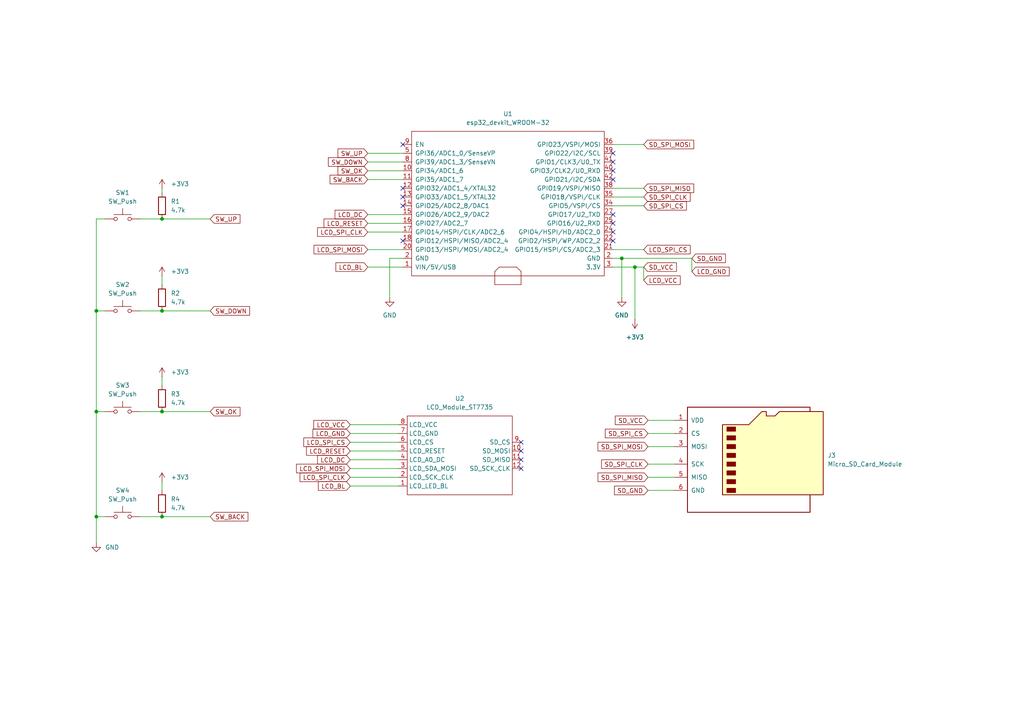
<source format=kicad_sch>
(kicad_sch (version 20250114) (generator "eeschema") (generator_version "9.0")
  (paper "A4")
  (lib_symbols
    (symbol "Device:R" (pin_numbers (hide yes)) (pin_names (offset 0))
      (property "Reference" "R" (at 2.032 0 90))
      (property "Value" "R" (at 0 0 90))
      (symbol "R_0_1"
        (rectangle (start -1.016 -2.54) (end 1.016 2.54) (stroke (width 0.254)))
      )
      (symbol "R_1_1"
        (pin passive line (at 0 3.81 270) (length 1.27) (name "~") (number "1"))
        (pin passive line (at 0 -3.81 90) (length 1.27) (name "~") (number "2"))
      )
    )
    (symbol "Switch:SW_Push" (pin_numbers (hide yes)) (pin_names (offset 1.016) (hide yes))
      (property "Reference" "SW" (at 1.27 2.54 0))
      (property "Value" "SW_Push" (at 0 -1.524 0))
      (symbol "SW_Push_0_1"
        (circle (center -2.032 0) (radius 0.508))
        (polyline (pts (xy 0 1.27) (xy 0 3.048)))
        (circle (center 2.032 0) (radius 0.508))
        (polyline (pts (xy 2.54 1.27) (xy -2.54 1.27)))
        (pin passive line (at -5.08 0 0) (length 2.54) (name "1") (number "1"))
        (pin passive line (at 5.08 0 180) (length 2.54) (name "2") (number "2"))
      )
    )
    (symbol "power:+3V3" (power) (pin_numbers (hide yes)) (pin_names (offset 0) (hide yes))
      (property "Value" "+3V3" (at 0 3.556 0))
      (symbol "+3V3_0_1"
        (polyline (pts (xy -0.762 1.27) (xy 0 2.54)))
        (polyline (pts (xy 0 2.54) (xy 0.762 1.27)))
        (polyline (pts (xy 0 0) (xy 0 2.54)))
      )
      (symbol "+3V3_1_1"
        (pin power_in line (at 0 0 90) (length 0) (name "~") (number "1"))
      )
    )
    (symbol "power:GND" (power) (pin_numbers (hide yes)) (pin_names (offset 0) (hide yes))
      (property "Value" "GND" (at 0 -3.81 0))
      (symbol "GND_0_1"
        (polyline (pts (xy 0 0) (xy 0 -1.27) (xy 1.27 -1.27) (xy 0 -2.54) (xy -1.27 -1.27) (xy 0 -1.27)))
      )
      (symbol "GND_1_1"
        (pin power_in line (at 0 0 270) (length 0) (name "~") (number "1"))
      )
    )
    (symbol "shubot_lib_v1.0:LCD_Module_ST7735"
      (property "Reference" "U" (at 0 12.446 0))
      (property "Value" "LCD_Module_ST7735" (at 0 0 0))
      (symbol "LCD_Module_ST7735_0_1"
        (rectangle (start -15.24 11.43) (end 15.24 -11.43))
      )
      (symbol "LCD_Module_ST7735_1_1"
        (pin input line (at -17.78 8.89 0) (length 2.54) (name "LCD_VCC") (number "8"))
        (pin input line (at -17.78 6.35 0) (length 2.54) (name "LCD_GND") (number "7"))
        (pin input line (at -17.78 3.81 0) (length 2.54) (name "LCD_CS") (number "6"))
        (pin input line (at -17.78 1.27 0) (length 2.54) (name "LCD_RESET") (number "5"))
        (pin input line (at -17.78 -1.27 0) (length 2.54) (name "LCD_A0_DC") (number "4"))
        (pin input line (at -17.78 -3.81 0) (length 2.54) (name "LCD_SDA_MOSI") (number "3"))
        (pin input line (at -17.78 -6.35 0) (length 2.54) (name "LCD_SCK_CLK") (number "2"))
        (pin input line (at -17.78 -8.89 0) (length 2.54) (name "LCD_LED_BL") (number "1"))
        (pin input line (at 17.78 3.81 180) (length 2.54) (name "SD_CS") (number "9"))
        (pin input line (at 17.78 1.27 180) (length 2.54) (name "SD_MOSI") (number "10"))
        (pin input line (at 17.78 -1.27 180) (length 2.54) (name "SD_MISO") (number "11"))
        (pin input line (at 17.78 -3.81 180) (length 2.54) (name "SD_SCK_CLK") (number "12"))
      )
    )
    (symbol "shubot_lib_v1.0:Micro_SD_Card_Module" (pin_names (offset 1.016))
      (property "Reference" "J" (at -16.51 15.24 0))
      (property "Value" "Micro_SD_Card_Module" (at 16.51 15.24 0))
      (symbol "Micro_SD_Card_Module_0_1"
        (polyline (pts (xy -8.89 -11.43) (xy -8.89 8.89) (xy -1.27 8.89) (xy 2.54 12.7) (xy 3.81 12.7) (xy 3.81 11.43) (xy 6.35 11.43) (xy 7.62 12.7) (xy 20.32 12.7) (xy 20.32 -11.43) (xy -8.89 -11.43)) (stroke (width 0.254)) (fill (type background)))
        (rectangle (start -7.62 8.255) (end -5.08 6.985) (fill (type outline)))
        (rectangle (start -7.62 5.715) (end -5.08 4.445) (fill (type outline)))
        (rectangle (start -7.62 3.175) (end -5.08 1.905) (fill (type outline)))
        (rectangle (start -7.62 0.635) (end -5.08 -0.635) (fill (type outline)))
        (rectangle (start -7.62 -1.905) (end -5.08 -3.175) (fill (type outline)))
        (rectangle (start -7.62 -4.445) (end -5.08 -5.715) (fill (type outline)))
        (rectangle (start -7.62 -6.985) (end -5.08 -8.255) (fill (type outline)))
        (rectangle (start -7.62 -9.525) (end -5.08 -10.795) (fill (type outline)))
        (polyline (pts (xy 16.51 12.7) (xy 16.51 13.97) (xy -19.05 13.97) (xy -19.05 -16.51) (xy 16.51 -16.51) (xy 16.51 -11.43)) (stroke (width 0.254)))
      )
      (symbol "Micro_SD_Card_Module_1_1"
        (pin power_in line (at -22.86 10.16 0) (length 3.81) (name "VDD") (number "1"))
        (pin input line (at -22.86 6.35 0) (length 3.81) (name "CS") (number "2"))
        (pin bidirectional line (at -22.86 2.54 0) (length 3.81) (name "MOSI") (number "3"))
        (pin input line (at -22.86 -2.54 0) (length 3.81) (name "SCK") (number "4"))
        (pin bidirectional line (at -22.86 -6.35 0) (length 3.81) (name "MISO") (number "5"))
        (pin power_in line (at -22.86 -10.16 0) (length 3.81) (name "GND") (number "6"))
      )
    )
    (symbol "shubot_lib_v1.0:esp32_devkit_WROOM-32" (pin_names (offset 1.016))
      (property "Reference" "U" (at 0 22.86 0))
      (property "Value" "esp32_devkit_WROOM-32" (at 0 20.32 0))
      (symbol "esp32_devkit_WROOM-32_0_1"
        (rectangle (start -27.94 -20.32) (end 27.94 21.59))
        (polyline (pts (xy -3.81 -22.86) (xy -3.81 -20.32) (xy -3.81 -19.05)))
        (polyline (pts (xy -3.81 -22.86) (xy 0 -22.86) (xy 3.81 -22.86)))
        (polyline (pts (xy -2.54 -17.78) (xy -3.81 -19.05)))
        (polyline (pts (xy -2.54 -17.78) (xy 2.54 -17.78)))
        (polyline (pts (xy 2.54 -17.78) (xy 3.81 -19.05)))
        (polyline (pts (xy 3.81 -19.05) (xy 3.81 -22.86)))
      )
      (symbol "esp32_devkit_WROOM-32_1_1"
        (pin input line (at -30.48 17.78 0) (length 2.54) (name "EN") (number "9"))
        (pin input line (at -30.48 15.24 0) (length 2.54) (name "GPI36/ADC1_0/SenseVP") (number "5"))
        (pin input line (at -30.48 12.7 0) (length 2.54) (name "GPI39/ADC1_3/SenseVN") (number "8"))
        (pin input line (at -30.48 10.16 0) (length 2.54) (name "GPI34/ADC1_6") (number "10"))
        (pin input line (at -30.48 7.62 0) (length 2.54) (name "GPI35/ADC1_7") (number "11"))
        (pin input line (at -30.48 5.08 0) (length 2.54) (name "GPIO32/ADC1_4/XTAL32") (number "12"))
        (pin input line (at -30.48 2.54 0) (length 2.54) (name "GPIO33/ADC1_5/XTAL32") (number "13"))
        (pin input line (at -30.48 0 0) (length 2.54) (name "GPIO25/ADC2_8/DAC1") (number "14"))
        (pin input line (at -30.48 -2.54 0) (length 2.54) (name "GPIO26/ADC2_9/DAC2") (number "15"))
        (pin input line (at -30.48 -5.08 0) (length 2.54) (name "GPIO27/ADC2_7") (number "16"))
        (pin input line (at -30.48 -7.62 0) (length 2.54) (name "GPIO14/HSPI/CLK/ADC2_6") (number "17"))
        (pin input line (at -30.48 -10.16 0) (length 2.54) (name "GPIO12/HSPI/MISO/ADC2_4") (number "18"))
        (pin input line (at -30.48 -12.7 0) (length 2.54) (name "GPIO13/HSPI/MOSI/ADC2_4") (number "20"))
        (pin input line (at -30.48 -15.24 0) (length 2.54) (name "GND") (number "2"))
        (pin input line (at -30.48 -17.78 0) (length 2.54) (name "VIN/5V/USB") (number "1"))
        (pin input line (at 30.48 17.78 180) (length 2.54) (name "GPIO23/VSPI/MOSI") (number "36"))
        (pin input line (at 30.48 15.24 180) (length 2.54) (name "GPIO22/I2C/SCL") (number "39"))
        (pin input line (at 30.48 12.7 180) (length 2.54) (name "GPIO1/CLK3/U0_TX") (number "41"))
        (pin input line (at 30.48 10.16 180) (length 2.54) (name "GPIO3/CLK2/U0_RXD") (number "40"))
        (pin input line (at 30.48 7.62 180) (length 2.54) (name "GPIO21/I2C/SDA") (number "42"))
        (pin input line (at 30.48 5.08 180) (length 2.54) (name "GPIO19/VSPI/MISO") (number "38"))
        (pin input line (at 30.48 2.54 180) (length 2.54) (name "GPIO18/VSPI/CLK") (number "35"))
        (pin input line (at 30.48 0 180) (length 2.54) (name "GPIO5/VSPI/CS") (number "34"))
        (pin input line (at 30.48 -2.54 180) (length 2.54) (name "GPIO17/U2_TXD") (number "27"))
        (pin input line (at 30.48 -5.08 180) (length 2.54) (name "GPIO16/U2_RXD") (number "25"))
        (pin input line (at 30.48 -7.62 180) (length 2.54) (name "GPIO4/HSPI/HD/ADC2_0") (number "24"))
        (pin input line (at 30.48 -10.16 180) (length 2.54) (name "GPIO2/HSPI/WP/ADC2_2") (number "22"))
        (pin input line (at 30.48 -12.7 180) (length 2.54) (name "GPIO15/HSPI/CS/ADC2_3") (number "21"))
        (pin input line (at 30.48 -15.24 180) (length 2.54) (name "GND") (number "2"))
        (pin input line (at 30.48 -17.78 180) (length 2.54) (name "3.3V") (number "3"))
      )
    )
  )
  (junction (at 27.94 119.38))
  (junction (at 180.34 74.93))
  (junction (at 27.94 90.17))
  (junction (at 46.99 149.86))
  (junction (at 27.94 149.86))
  (junction (at 184.15 77.47))
  (junction (at 46.99 63.5))
  (junction (at 46.99 90.17))
  (junction (at 46.99 119.38))
  (no_connect (at 177.8 64.77))
  (no_connect (at 116.84 59.69))
  (no_connect (at 116.84 57.15))
  (no_connect (at 151.13 130.81))
  (no_connect (at 116.84 41.91))
  (no_connect (at 177.8 67.31))
  (no_connect (at 151.13 135.89))
  (no_connect (at 151.13 133.35))
  (no_connect (at 177.8 52.07))
  (no_connect (at 151.13 128.27))
  (no_connect (at 177.8 62.23))
  (no_connect (at 177.8 49.53))
  (no_connect (at 116.84 54.61))
  (no_connect (at 177.8 69.85))
  (no_connect (at 177.8 44.45))
  (no_connect (at 177.8 46.99))
  (no_connect (at 116.84 69.85))
  (wire (pts (xy 186.69 77.47) (xy 186.69 81.28)))
  (wire (pts (xy 177.8 59.69) (xy 186.69 59.69)))
  (wire (pts (xy 106.68 77.47) (xy 116.84 77.47)))
  (wire (pts (xy 106.68 46.99) (xy 116.84 46.99)))
  (wire (pts (xy 40.64 149.86) (xy 46.99 149.86)))
  (wire (pts (xy 106.68 64.77) (xy 116.84 64.77)))
  (wire (pts (xy 106.68 44.45) (xy 116.84 44.45)))
  (wire (pts (xy 40.64 90.17) (xy 46.99 90.17)))
  (wire (pts (xy 106.68 52.07) (xy 116.84 52.07)))
  (wire (pts (xy 177.8 77.47) (xy 184.15 77.47)))
  (wire (pts (xy 30.48 90.17) (xy 27.94 90.17)))
  (wire (pts (xy 180.34 74.93) (xy 200.66 74.93)))
  (wire (pts (xy 40.64 63.5) (xy 46.99 63.5)))
  (wire (pts (xy 27.94 63.5) (xy 27.94 90.17)))
  (wire (pts (xy 101.6 135.89) (xy 115.57 135.89)))
  (wire (pts (xy 101.6 140.97) (xy 115.57 140.97)))
  (wire (pts (xy 101.6 130.81) (xy 115.57 130.81)))
  (wire (pts (xy 40.64 119.38) (xy 46.99 119.38)))
  (wire (pts (xy 177.8 74.93) (xy 180.34 74.93)))
  (wire (pts (xy 113.03 86.36) (xy 113.03 74.93)))
  (wire (pts (xy 177.8 41.91) (xy 186.69 41.91)))
  (wire (pts (xy 187.96 142.24) (xy 195.58 142.24)))
  (wire (pts (xy 30.48 119.38) (xy 27.94 119.38)))
  (wire (pts (xy 101.6 123.19) (xy 115.57 123.19)))
  (wire (pts (xy 27.94 149.86) (xy 27.94 157.48)))
  (wire (pts (xy 30.48 149.86) (xy 27.94 149.86)))
  (wire (pts (xy 113.03 74.93) (xy 116.84 74.93)))
  (wire (pts (xy 46.99 54.61) (xy 46.99 55.88)))
  (wire (pts (xy 106.68 62.23) (xy 116.84 62.23)))
  (wire (pts (xy 187.96 121.92) (xy 195.58 121.92)))
  (wire (pts (xy 184.15 77.47) (xy 186.69 77.47)))
  (wire (pts (xy 46.99 119.38) (xy 60.96 119.38)))
  (wire (pts (xy 101.6 125.73) (xy 115.57 125.73)))
  (wire (pts (xy 106.68 49.53) (xy 116.84 49.53)))
  (wire (pts (xy 46.99 149.86) (xy 60.96 149.86)))
  (wire (pts (xy 30.48 63.5) (xy 27.94 63.5)))
  (wire (pts (xy 46.99 90.17) (xy 60.96 90.17)))
  (wire (pts (xy 177.8 57.15) (xy 186.69 57.15)))
  (wire (pts (xy 177.8 54.61) (xy 186.69 54.61)))
  (wire (pts (xy 101.6 138.43) (xy 115.57 138.43)))
  (wire (pts (xy 46.99 109.22) (xy 46.99 111.76)))
  (wire (pts (xy 27.94 90.17) (xy 27.94 119.38)))
  (wire (pts (xy 187.96 129.54) (xy 195.58 129.54)))
  (wire (pts (xy 101.6 128.27) (xy 115.57 128.27)))
  (wire (pts (xy 106.68 67.31) (xy 116.84 67.31)))
  (wire (pts (xy 187.96 138.43) (xy 195.58 138.43)))
  (wire (pts (xy 46.99 63.5) (xy 60.96 63.5)))
  (wire (pts (xy 187.96 134.62) (xy 195.58 134.62)))
  (wire (pts (xy 27.94 119.38) (xy 27.94 149.86)))
  (wire (pts (xy 200.66 78.74) (xy 200.66 74.93)))
  (wire (pts (xy 180.34 86.36) (xy 180.34 74.93)))
  (wire (pts (xy 46.99 139.7) (xy 46.99 142.24)))
  (wire (pts (xy 187.96 125.73) (xy 195.58 125.73)))
  (wire (pts (xy 46.99 80.01) (xy 46.99 82.55)))
  (wire (pts (xy 106.68 72.39) (xy 116.84 72.39)))
  (wire (pts (xy 184.15 77.47) (xy 184.15 92.71)))
  (wire (pts (xy 177.8 72.39) (xy 186.69 72.39)))
  (wire (pts (xy 101.6 133.35) (xy 115.57 133.35)))
  (global_label "LCD_GND" (shape input) (at 200.66 78.74 0) (property "Intersheetrefs" "${INTERSHEET_REFS}" (effects (hide yes))))
  (global_label "LCD_BL" (shape input) (at 106.68 77.47 180) (property "Intersheetrefs" "${INTERSHEET_REFS}" (effects (hide yes))))
  (global_label "SD_SPI_CS" (shape input) (at 186.69 59.69 0) (property "Intersheetrefs" "${INTERSHEET_REFS}" (effects (hide yes))))
  (global_label "LCD_SPI_CS" (shape input) (at 101.6 128.27 180) (property "Intersheetrefs" "${INTERSHEET_REFS}" (effects (hide yes))))
  (global_label "LCD_BL" (shape input) (at 101.6 140.97 180) (property "Intersheetrefs" "${INTERSHEET_REFS}" (effects (hide yes))))
  (global_label "LCD_VCC" (shape input) (at 101.6 123.19 180) (property "Intersheetrefs" "${INTERSHEET_REFS}" (effects (hide yes))))
  (global_label "LCD_SPI_CS" (shape input) (at 186.69 72.39 0) (property "Intersheetrefs" "${INTERSHEET_REFS}" (effects (hide yes))))
  (global_label "SW_UP" (shape input) (at 106.68 44.45 180) (property "Intersheetrefs" "${INTERSHEET_REFS}" (effects (hide yes))))
  (global_label "LCD_GND" (shape input) (at 101.6 125.73 180) (property "Intersheetrefs" "${INTERSHEET_REFS}" (effects (hide yes))))
  (global_label "SW_DOWN" (shape input) (at 60.96 90.17 0) (property "Intersheetrefs" "${INTERSHEET_REFS}" (effects (hide yes))))
  (global_label "LCD_SPI_CLK" (shape input) (at 101.6 138.43 180) (property "Intersheetrefs" "${INTERSHEET_REFS}" (effects (hide yes))))
  (global_label "LCD_VCC" (shape input) (at 186.69 81.28 0) (property "Intersheetrefs" "${INTERSHEET_REFS}" (effects (hide yes))))
  (global_label "SD_SPI_MOSI" (shape input) (at 187.96 129.54 180) (property "Intersheetrefs" "${INTERSHEET_REFS}" (effects (hide yes))))
  (global_label "SD_SPI_MOSI" (shape input) (at 186.69 41.91 0) (property "Intersheetrefs" "${INTERSHEET_REFS}" (effects (hide yes))))
  (global_label "LCD_SPI_MOSI" (shape input) (at 101.6 135.89 180) (property "Intersheetrefs" "${INTERSHEET_REFS}" (effects (hide yes))))
  (global_label "SD_SPI_CLK" (shape input) (at 186.69 57.15 0) (property "Intersheetrefs" "${INTERSHEET_REFS}" (effects (hide yes))))
  (global_label "SD_VCC" (shape input) (at 187.96 121.92 180) (property "Intersheetrefs" "${INTERSHEET_REFS}" (effects (hide yes))))
  (global_label "SD_SPI_MISO" (shape input) (at 186.69 54.61 0) (property "Intersheetrefs" "${INTERSHEET_REFS}" (effects (hide yes))))
  (global_label "SD_GND" (shape input) (at 200.66 74.93 0) (property "Intersheetrefs" "${INTERSHEET_REFS}" (effects (hide yes))))
  (global_label "SD_GND" (shape input) (at 187.96 142.24 180) (property "Intersheetrefs" "${INTERSHEET_REFS}" (effects (hide yes))))
  (global_label "LCD_SPI_MOSI" (shape input) (at 106.68 72.39 180) (property "Intersheetrefs" "${INTERSHEET_REFS}" (effects (hide yes))))
  (global_label "LCD_RESET" (shape input) (at 106.68 64.77 180) (property "Intersheetrefs" "${INTERSHEET_REFS}" (effects (hide yes))))
  (global_label "SD_SPI_CS" (shape input) (at 187.96 125.73 180) (property "Intersheetrefs" "${INTERSHEET_REFS}" (effects (hide yes))))
  (global_label "SW_DOWN" (shape input) (at 106.68 46.99 180) (property "Intersheetrefs" "${INTERSHEET_REFS}" (effects (hide yes))))
  (global_label "LCD_DC" (shape input) (at 101.6 133.35 180) (property "Intersheetrefs" "${INTERSHEET_REFS}" (effects (hide yes))))
  (global_label "SD_SPI_CLK" (shape input) (at 187.96 134.62 180) (property "Intersheetrefs" "${INTERSHEET_REFS}" (effects (hide yes))))
  (global_label "SD_SPI_MISO" (shape input) (at 187.96 138.43 180) (property "Intersheetrefs" "${INTERSHEET_REFS}" (effects (hide yes))))
  (global_label "LCD_SPI_CLK" (shape input) (at 106.68 67.31 180) (property "Intersheetrefs" "${INTERSHEET_REFS}" (effects (hide yes))))
  (global_label "SW_BACK" (shape input) (at 106.68 52.07 180) (property "Intersheetrefs" "${INTERSHEET_REFS}" (effects (hide yes))))
  (global_label "SW_OK" (shape input) (at 106.68 49.53 180) (property "Intersheetrefs" "${INTERSHEET_REFS}" (effects (hide yes))))
  (global_label "SW_UP" (shape input) (at 60.96 63.5 0) (property "Intersheetrefs" "${INTERSHEET_REFS}" (effects (hide yes))))
  (global_label "LCD_DC" (shape input) (at 106.68 62.23 180) (property "Intersheetrefs" "${INTERSHEET_REFS}" (effects (hide yes))))
  (global_label "SW_BACK" (shape input) (at 60.96 149.86 0) (property "Intersheetrefs" "${INTERSHEET_REFS}" (effects (hide yes))))
  (global_label "SW_OK" (shape input) (at 60.96 119.38 0) (property "Intersheetrefs" "${INTERSHEET_REFS}" (effects (hide yes))))
  (global_label "SD_VCC" (shape input) (at 186.69 77.47 0) (property "Intersheetrefs" "${INTERSHEET_REFS}" (effects (hide yes))))
  (global_label "LCD_RESET" (shape input) (at 101.6 130.81 180) (property "Intersheetrefs" "${INTERSHEET_REFS}" (effects (hide yes))))
  (symbol (lib_id "shubot_lib_v1.0:LCD_Module_ST7735") (at 133.35 132.08 0) (unit 1)
    (property "Reference" "U2" (at 133.35 115.57 0))
    (property "Value" "LCD_Module_ST7735" (at 133.35 118.11 0))
    (property "Footprint" "shubot_lib:LCD_Module_ST7735" (effects (hide yes)))
  )
  (symbol (lib_id "power:+3V3") (at 46.99 80.01 0) (unit 1)
    (property "Reference" "#PWR09" (effects (hide yes)))
    (property "Value" "+3V3" (at 49.53 78.7399 0) (effects (justify left)))
    (property "Description" "Power symbol creates a global label with name \"+3V3\"" (effects (hide yes)))
  )
  (symbol (lib_id "power:+3V3") (at 46.99 139.7 0) (unit 1)
    (property "Reference" "#PWR011" (effects (hide yes)))
    (property "Value" "+3V3" (at 49.53 138.4299 0) (effects (justify left)))
    (property "Description" "Power symbol creates a global label with name \"+3V3\"" (effects (hide yes)))
  )
  (symbol (lib_id "power:+3V3") (at 46.99 109.22 0) (unit 1)
    (property "Reference" "#PWR010" (effects (hide yes)))
    (property "Value" "+3V3" (at 49.53 107.9499 0) (effects (justify left)))
    (property "Description" "Power symbol creates a global label with name \"+3V3\"" (effects (hide yes)))
  )
  (symbol (lib_id "power:+3V3") (at 184.15 92.71 180) (unit 1)
    (property "Reference" "#PWR07" (effects (hide yes)))
    (property "Value" "+3V3" (at 184.15 97.79 0))
    (property "Description" "Power symbol creates a global label with name \"+3V3\"" (effects (hide yes)))
  )
  (symbol (lib_id "power:+3V3") (at 46.99 54.61 0) (unit 1)
    (property "Reference" "#PWR08" (effects (hide yes)))
    (property "Value" "+3V3" (at 49.53 53.3399 0) (effects (justify left)))
    (property "Description" "Power symbol creates a global label with name \"+3V3\"" (effects (hide yes)))
  )
  (symbol (lib_id "Switch:SW_Push") (at 35.56 119.38 0) (unit 1)
    (property "Reference" "SW3" (at 35.56 111.76 0))
    (property "Value" "SW_Push" (at 35.56 114.3 0))
    (property "Footprint" "Button_Switch_THT:SW_PUSH_6mm" (effects (hide yes)))
    (property "Description" "Push button switch, generic, two pins" (effects (hide yes)))
  )
  (symbol (lib_id "Device:R") (at 46.99 86.36 0) (unit 1)
    (property "Reference" "R2" (at 49.53 85.0899 0) (effects (justify left)))
    (property "Value" "4.7k" (at 49.53 87.6299 0) (effects (justify left)))
    (property "Footprint" "Resistor_THT:R_Axial_DIN0204_L3.6mm_D1.6mm_P7.62mm_Horizontal" (effects (hide yes)))
    (property "Description" "Resistor" (effects (hide yes)))
  )
  (symbol (lib_id "Switch:SW_Push") (at 35.56 90.17 0) (unit 1)
    (property "Reference" "SW2" (at 35.56 82.55 0))
    (property "Value" "SW_Push" (at 35.56 85.09 0))
    (property "Footprint" "Button_Switch_THT:SW_PUSH_6mm" (effects (hide yes)))
    (property "Description" "Push button switch, generic, two pins" (effects (hide yes)))
  )
  (symbol (lib_id "Device:R") (at 46.99 115.57 0) (unit 1)
    (property "Reference" "R3" (at 49.53 114.2999 0) (effects (justify left)))
    (property "Value" "4.7k" (at 49.53 116.8399 0) (effects (justify left)))
    (property "Footprint" "Resistor_THT:R_Axial_DIN0204_L3.6mm_D1.6mm_P7.62mm_Horizontal" (effects (hide yes)))
    (property "Description" "Resistor" (effects (hide yes)))
  )
  (symbol (lib_id "Switch:SW_Push") (at 35.56 149.86 0) (unit 1)
    (property "Reference" "SW4" (at 35.56 142.24 0))
    (property "Value" "SW_Push" (at 35.56 144.78 0))
    (property "Footprint" "Button_Switch_THT:SW_PUSH_6mm" (effects (hide yes)))
    (property "Description" "Push button switch, generic, two pins" (effects (hide yes)))
  )
  (symbol (lib_id "shubot_lib_v1.0:esp32_devkit_WROOM-32") (at 147.32 59.69 0) (unit 1)
    (property "Reference" "U1" (at 147.32 33.02 0))
    (property "Value" "esp32_devkit_WROOM-32" (at 147.32 35.56 0))
    (property "Footprint" "shubot_lib:ESP32_DevKit_V1_DOIT_Module" (effects (hide yes)))
  )
  (symbol (lib_id "Switch:SW_Push") (at 35.56 63.5 0) (unit 1)
    (property "Reference" "SW1" (at 35.56 55.88 0))
    (property "Value" "SW_Push" (at 35.56 58.42 0))
    (property "Footprint" "Button_Switch_THT:SW_PUSH_6mm" (effects (hide yes)))
    (property "Description" "Push button switch, generic, two pins" (effects (hide yes)))
  )
  (symbol (lib_id "shubot_lib_v1.0:Micro_SD_Card_Module") (at 218.44 132.08 0) (unit 1)
    (property "Reference" "J3" (at 240.03 132.0799 0) (effects (justify left)))
    (property "Value" "Micro_SD_Card_Module" (at 240.03 134.6199 0) (effects (justify left)))
    (property "Footprint" "shubot_lib:MicroSD Card Reader" (effects (hide yes)))
    (property "Datasheet" "https://robu.in/product/mini-micro-sd-card-reader-module/" (effects (hide yes)))
    (property "Description" "Micro SD Card Socket" (effects (hide yes)))
  )
  (symbol (lib_id "power:GND") (at 113.03 86.36 0) (unit 1)
    (property "Reference" "#PWR01" (effects (hide yes)))
    (property "Value" "GND" (at 113.03 91.44 0))
    (property "Description" "Power symbol creates a global label with name \"GND\" , ground" (effects (hide yes)))
  )
  (symbol (lib_id "power:GND") (at 27.94 157.48 0) (unit 1)
    (property "Reference" "#PWR03" (effects (hide yes)))
    (property "Value" "GND" (at 30.48 158.7499 0) (effects (justify left)))
    (property "Description" "Power symbol creates a global label with name \"GND\" , ground" (effects (hide yes)))
  )
  (symbol (lib_id "power:GND") (at 180.34 86.36 0) (unit 1)
    (property "Reference" "#PWR02" (effects (hide yes)))
    (property "Value" "GND" (at 180.34 91.44 0))
    (property "Description" "Power symbol creates a global label with name \"GND\" , ground" (effects (hide yes)))
  )
  (symbol (lib_id "Device:R") (at 46.99 59.69 0) (unit 1)
    (property "Reference" "R1" (at 49.53 58.4199 0) (effects (justify left)))
    (property "Value" "4.7k" (at 49.53 60.9599 0) (effects (justify left)))
    (property "Footprint" "Resistor_THT:R_Axial_DIN0204_L3.6mm_D1.6mm_P7.62mm_Horizontal" (effects (hide yes)))
    (property "Description" "Resistor" (effects (hide yes)))
  )
  (symbol (lib_id "Device:R") (at 46.99 146.05 0) (unit 1)
    (property "Reference" "R4" (at 49.53 144.7799 0) (effects (justify left)))
    (property "Value" "4.7k" (at 49.53 147.3199 0) (effects (justify left)))
    (property "Footprint" "Resistor_THT:R_Axial_DIN0204_L3.6mm_D1.6mm_P7.62mm_Horizontal" (effects (hide yes)))
    (property "Description" "Resistor" (effects (hide yes)))
  )
)
</source>
